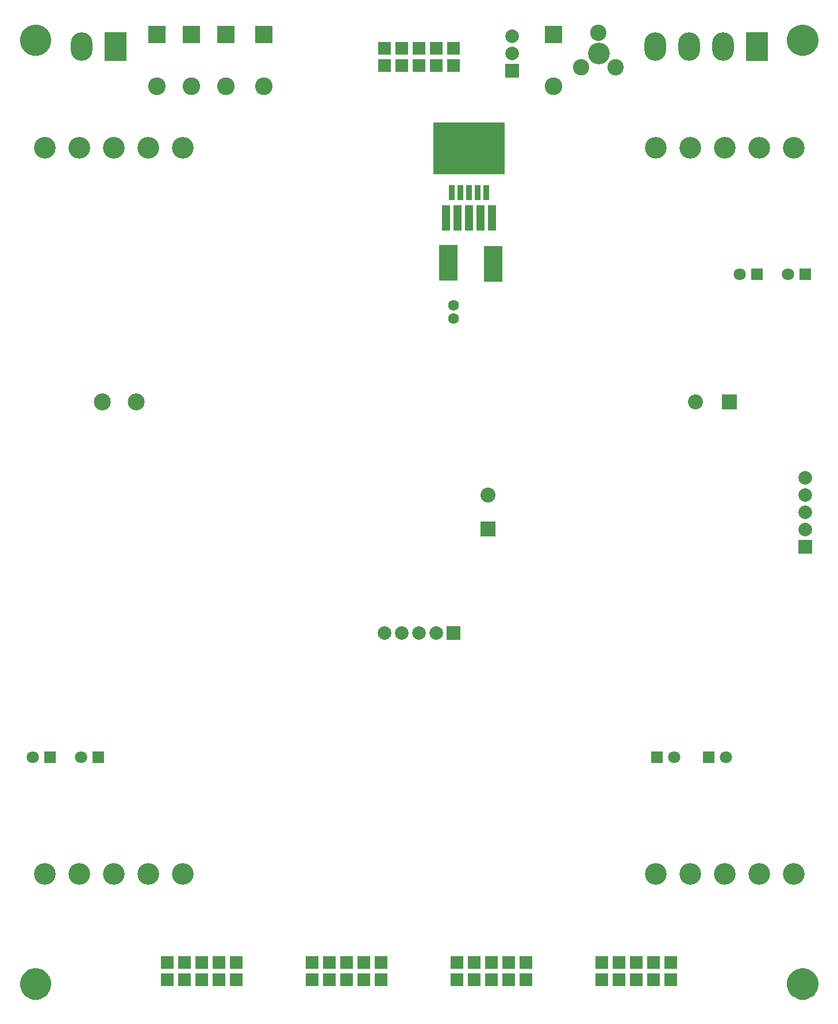
<source format=gts>
G04 Layer_Color=8388736*
%FSLAX44Y44*%
%MOMM*%
G71*
G01*
G75*
%ADD57R,10.5662X7.6802*%
%ADD58R,1.2032X3.7032*%
%ADD59R,7.2032X6.0532*%
%ADD60R,0.9632X2.2032*%
%ADD61R,2.7032X5.2832*%
%ADD62C,3.2032*%
%ADD63R,1.9032X1.9032*%
%ADD64C,2.5032*%
%ADD65C,1.6032*%
%ADD66C,1.8032*%
%ADD67R,1.8032X1.8032*%
%ADD68C,2.0032*%
%ADD69R,2.0032X2.0032*%
%ADD70C,2.2032*%
%ADD71R,2.2032X2.2032*%
%ADD72R,2.0032X2.0032*%
%ADD73R,2.2032X2.2032*%
%ADD74R,2.6032X2.6032*%
%ADD75C,2.6032*%
%ADD76O,3.2032X4.2032*%
%ADD77R,3.2032X4.2032*%
%ADD78C,2.4032*%
G36*
X1166710Y1442118D02*
X1170896Y1440384D01*
X1174663Y1437867D01*
X1177868Y1434663D01*
X1180385Y1430896D01*
X1182119Y1426709D01*
X1183003Y1422265D01*
Y1420000D01*
Y1417734D01*
X1182119Y1413290D01*
X1180385Y1409104D01*
X1177868Y1405336D01*
X1174663Y1402132D01*
X1170896Y1399615D01*
X1166710Y1397881D01*
X1162266Y1396997D01*
X1157735D01*
X1153291Y1397881D01*
X1149104Y1399615D01*
X1145337Y1402132D01*
X1142133Y1405336D01*
X1139616Y1409104D01*
X1137882Y1413290D01*
X1136998Y1417734D01*
Y1420000D01*
Y1422265D01*
X1137882Y1426709D01*
X1139616Y1430896D01*
X1142133Y1434663D01*
X1145337Y1437867D01*
X1149104Y1440384D01*
X1153291Y1442118D01*
X1157735Y1443002D01*
X1162266D01*
X1166710Y1442118D01*
D02*
G37*
G36*
X36709D02*
X40896Y1440384D01*
X44663Y1437867D01*
X47867Y1434663D01*
X50385Y1430896D01*
X52119Y1426709D01*
X53003Y1422265D01*
Y1420000D01*
Y1417734D01*
X52119Y1413290D01*
X50385Y1409104D01*
X47867Y1405336D01*
X44663Y1402132D01*
X40896Y1399615D01*
X36709Y1397881D01*
X32266Y1396997D01*
X27734D01*
X23290Y1397881D01*
X19104Y1399615D01*
X15337Y1402132D01*
X12133Y1405336D01*
X9615Y1409104D01*
X7881Y1413290D01*
X6997Y1417734D01*
Y1420000D01*
Y1422265D01*
X7881Y1426709D01*
X9615Y1430896D01*
X12133Y1434663D01*
X15337Y1437867D01*
X19104Y1440384D01*
X23290Y1442118D01*
X27734Y1443002D01*
X32266D01*
X36709Y1442118D01*
D02*
G37*
G36*
X1166710Y52119D02*
X1170896Y50385D01*
X1174663Y47867D01*
X1177868Y44663D01*
X1180385Y40896D01*
X1182119Y36709D01*
X1183003Y32266D01*
Y30000D01*
Y27734D01*
X1182119Y23290D01*
X1180385Y19104D01*
X1177868Y15337D01*
X1174663Y12133D01*
X1170896Y9615D01*
X1166710Y7881D01*
X1162266Y6997D01*
X1157735D01*
X1153291Y7881D01*
X1149104Y9615D01*
X1145337Y12133D01*
X1142133Y15337D01*
X1139616Y19104D01*
X1137882Y23290D01*
X1136998Y27734D01*
Y30000D01*
Y32266D01*
X1137882Y36709D01*
X1139616Y40896D01*
X1142133Y44663D01*
X1145337Y47867D01*
X1149104Y50385D01*
X1153291Y52119D01*
X1157735Y53003D01*
X1162266D01*
X1166710Y52119D01*
D02*
G37*
G36*
X36709D02*
X40896Y50385D01*
X44663Y47867D01*
X47867Y44663D01*
X50385Y40896D01*
X52119Y36709D01*
X53003Y32266D01*
Y30000D01*
Y27734D01*
X52119Y23290D01*
X50385Y19104D01*
X47867Y15337D01*
X44663Y12133D01*
X40896Y9615D01*
X36709Y7881D01*
X32266Y6997D01*
X27734D01*
X23290Y7881D01*
X19104Y9615D01*
X15337Y12133D01*
X12133Y15337D01*
X9615Y19104D01*
X7881Y23290D01*
X6997Y27734D01*
Y30000D01*
Y32266D01*
X7881Y36709D01*
X9615Y40896D01*
X12133Y44663D01*
X15337Y47867D01*
X19104Y50385D01*
X23290Y52119D01*
X27734Y53003D01*
X32266D01*
X36709Y52119D01*
D02*
G37*
D57*
X668315Y1260224D02*
D03*
D58*
Y1158109D02*
D03*
X651295D02*
D03*
X634275D02*
D03*
X685335D02*
D03*
X702355D02*
D03*
D59*
X668850Y1262750D02*
D03*
D60*
X668600Y1195000D02*
D03*
X681550D02*
D03*
X694250D02*
D03*
X656150D02*
D03*
X643450D02*
D03*
D61*
X638180Y1092030D02*
D03*
X704220Y1090760D02*
D03*
D62*
X1045000Y191750D02*
D03*
X1095800D02*
D03*
X1146600D02*
D03*
X994200D02*
D03*
X943400D02*
D03*
Y1261750D02*
D03*
X994200D02*
D03*
X1146600D02*
D03*
X1095800D02*
D03*
X1045000D02*
D03*
X145000Y191750D02*
D03*
X195800D02*
D03*
X246600D02*
D03*
X94200D02*
D03*
X43400D02*
D03*
Y1261750D02*
D03*
X94200D02*
D03*
X246600D02*
D03*
X195800D02*
D03*
X145000D02*
D03*
X30000Y30000D02*
D03*
Y1420000D02*
D03*
X1160000D02*
D03*
Y30000D02*
D03*
X859500Y1400000D02*
D03*
D63*
X462920Y62060D02*
D03*
Y36660D02*
D03*
X513720D02*
D03*
Y62060D02*
D03*
X488320Y36660D02*
D03*
Y62060D02*
D03*
X539120D02*
D03*
Y36660D02*
D03*
X437520D02*
D03*
Y62060D02*
D03*
X889640D02*
D03*
Y36660D02*
D03*
X940440D02*
D03*
Y62060D02*
D03*
X915040Y36660D02*
D03*
Y62060D02*
D03*
X965840D02*
D03*
Y36660D02*
D03*
X864240D02*
D03*
Y62060D02*
D03*
X676280D02*
D03*
Y36660D02*
D03*
X727080D02*
D03*
Y62060D02*
D03*
X701680Y36660D02*
D03*
Y62060D02*
D03*
X752480D02*
D03*
Y36660D02*
D03*
X650880D02*
D03*
Y62060D02*
D03*
X249560D02*
D03*
Y36660D02*
D03*
X300360D02*
D03*
Y62060D02*
D03*
X274960Y36660D02*
D03*
Y62060D02*
D03*
X325760D02*
D03*
Y36660D02*
D03*
X224160D02*
D03*
Y62060D02*
D03*
X645800Y1382860D02*
D03*
Y1408260D02*
D03*
X544200D02*
D03*
Y1382860D02*
D03*
X595000D02*
D03*
Y1408260D02*
D03*
X569600Y1382860D02*
D03*
Y1408260D02*
D03*
X620400D02*
D03*
Y1382860D02*
D03*
D64*
X178040Y887560D02*
D03*
X128040D02*
D03*
D65*
X645800Y1009800D02*
D03*
Y1029800D02*
D03*
D66*
X26040Y364320D02*
D03*
X97160Y364319D02*
D03*
X1047120Y364320D02*
D03*
X970920D02*
D03*
X1138560Y1075520D02*
D03*
X1067440D02*
D03*
D67*
X51440Y364320D02*
D03*
X122560Y364319D02*
D03*
X1021720Y364320D02*
D03*
X945520D02*
D03*
X1163960Y1075520D02*
D03*
X1092840D02*
D03*
D68*
X544200Y547200D02*
D03*
X569600D02*
D03*
X595000D02*
D03*
X620400D02*
D03*
X1163960Y775800D02*
D03*
Y750400D02*
D03*
Y725000D02*
D03*
Y699600D02*
D03*
X732160Y1400640D02*
D03*
Y1426040D02*
D03*
D69*
X645800Y547200D02*
D03*
D70*
X696601Y750000D02*
D03*
X1001800Y887560D02*
D03*
D71*
X696601Y700000D02*
D03*
D72*
X1163960Y674200D02*
D03*
X732160Y1375240D02*
D03*
D73*
X1051801Y887560D02*
D03*
D74*
X793120Y1428580D02*
D03*
X366400D02*
D03*
X310520D02*
D03*
X259720D02*
D03*
X208920D02*
D03*
D75*
X793120Y1352380D02*
D03*
X366400D02*
D03*
X310520D02*
D03*
X259720D02*
D03*
X208920D02*
D03*
D76*
X942840Y1410800D02*
D03*
X992840D02*
D03*
X1042840D02*
D03*
X97960D02*
D03*
D77*
X1092840D02*
D03*
X147960D02*
D03*
D78*
X859160Y1431120D02*
D03*
X884560Y1380320D02*
D03*
X833760D02*
D03*
M02*

</source>
